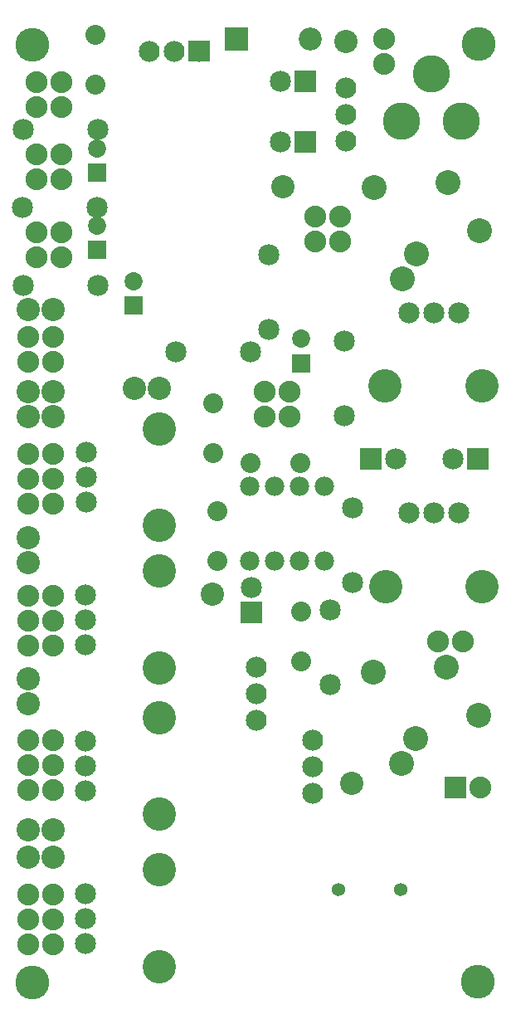
<source format=gbs>
G04 MADE WITH FRITZING*
G04 WWW.FRITZING.ORG*
G04 DOUBLE SIDED*
G04 HOLES PLATED*
G04 CONTOUR ON CENTER OF CONTOUR VECTOR*
%ASAXBY*%
%FSLAX23Y23*%
%MOIN*%
%OFA0B0*%
%SFA1.0B1.0*%
%ADD10C,0.053622*%
%ADD11C,0.078000*%
%ADD12C,0.088000*%
%ADD13C,0.080000*%
%ADD14C,0.085000*%
%ADD15C,0.084000*%
%ADD16C,0.092000*%
%ADD17C,0.150000*%
%ADD18C,0.135984*%
%ADD19C,0.093307*%
%ADD20C,0.072992*%
%ADD21C,0.084667*%
%ADD22C,0.084695*%
%ADD23C,0.134033*%
%ADD24C,0.100020*%
%ADD25R,0.088000X0.088000*%
%ADD26R,0.085000X0.085000*%
%ADD27R,0.092000X0.092000*%
%ADD28R,0.072992X0.072992*%
%ADD29R,0.001000X0.001000*%
%LNMASK0*%
G90*
G70*
G54D10*
X1320Y455D03*
X1570Y455D03*
G54D11*
X1261Y2075D03*
X1161Y2075D03*
X1061Y2075D03*
X961Y2075D03*
X961Y1775D03*
X1061Y1775D03*
X1161Y1775D03*
X1261Y1775D03*
G54D12*
X1789Y863D03*
X1889Y863D03*
G54D13*
X814Y2409D03*
X814Y2209D03*
X1168Y1572D03*
X1168Y1372D03*
X966Y2166D03*
X1166Y2166D03*
X832Y1774D03*
X832Y1974D03*
X341Y3689D03*
X341Y3889D03*
G54D14*
X968Y1569D03*
X968Y1669D03*
X1880Y2184D03*
X1780Y2184D03*
X1450Y2183D03*
X1550Y2183D03*
X1184Y3459D03*
X1084Y3459D03*
G54D15*
X758Y3821D03*
X658Y3821D03*
X558Y3821D03*
G54D14*
X1184Y3702D03*
X1084Y3702D03*
G54D16*
X908Y3872D03*
X1206Y3872D03*
G54D17*
X1573Y3542D03*
X1813Y3542D03*
X1693Y3732D03*
G54D18*
X88Y80D03*
X90Y3847D03*
X1879Y83D03*
X1881Y3850D03*
G54D12*
X1503Y3771D03*
X1503Y3771D03*
X1503Y3871D03*
X206Y3408D03*
X106Y3408D03*
X206Y3408D03*
X106Y3408D03*
X106Y3308D03*
X206Y3308D03*
G54D19*
X1095Y3276D03*
X1350Y3861D03*
X813Y1641D03*
X1371Y881D03*
X599Y2469D03*
X499Y2469D03*
X171Y2784D03*
X71Y2784D03*
G54D12*
X1123Y2454D03*
X1023Y2454D03*
X1123Y2454D03*
X1023Y2454D03*
X1023Y2354D03*
X1123Y2354D03*
X171Y2673D03*
X71Y2673D03*
X171Y2673D03*
X71Y2673D03*
X71Y2573D03*
X171Y2573D03*
G54D19*
X71Y1200D03*
X71Y1300D03*
X71Y693D03*
X171Y693D03*
X71Y585D03*
X171Y585D03*
X71Y1766D03*
X71Y1866D03*
G54D12*
X1817Y1450D03*
X1817Y1450D03*
X1717Y1450D03*
X1324Y3158D03*
X1224Y3158D03*
X1324Y3158D03*
X1224Y3158D03*
X1224Y3058D03*
X1324Y3058D03*
X206Y3095D03*
X106Y3095D03*
X206Y3095D03*
X106Y3095D03*
X106Y2995D03*
X206Y2995D03*
X206Y3697D03*
X106Y3697D03*
X206Y3697D03*
X106Y3697D03*
X106Y3597D03*
X206Y3597D03*
G54D15*
X988Y1135D03*
X988Y1242D03*
X988Y1349D03*
X1216Y840D03*
X1216Y947D03*
X1216Y1054D03*
X1350Y3461D03*
X1350Y3568D03*
X1350Y3675D03*
G54D14*
X1341Y2356D03*
X1341Y2656D03*
X1040Y2705D03*
X1040Y3005D03*
G54D20*
X1169Y2568D03*
X1169Y2667D03*
X496Y2800D03*
X496Y2898D03*
X348Y3024D03*
X348Y3122D03*
X348Y3334D03*
X348Y3432D03*
G54D12*
X171Y233D03*
X171Y333D03*
X171Y433D03*
X171Y233D03*
X171Y333D03*
X171Y433D03*
X71Y433D03*
X71Y333D03*
X71Y233D03*
G54D19*
X171Y2453D03*
X71Y2453D03*
X171Y2453D03*
X71Y2453D03*
X71Y2353D03*
X171Y2353D03*
G54D12*
X171Y855D03*
X171Y955D03*
X171Y1055D03*
X171Y855D03*
X171Y955D03*
X171Y1055D03*
X71Y1055D03*
X71Y955D03*
X71Y855D03*
X171Y1434D03*
X171Y1534D03*
X171Y1634D03*
X171Y1434D03*
X171Y1534D03*
X171Y1634D03*
X71Y1634D03*
X71Y1534D03*
X71Y1434D03*
X171Y2004D03*
X171Y2104D03*
X171Y2204D03*
X171Y2004D03*
X171Y2104D03*
X171Y2204D03*
X71Y2204D03*
X71Y2104D03*
X71Y2004D03*
G54D21*
X303Y439D03*
X303Y339D03*
G54D22*
X303Y239D03*
G54D23*
X598Y533D03*
X598Y144D03*
G54D21*
X303Y1050D03*
X303Y950D03*
G54D22*
X303Y850D03*
G54D23*
X598Y1144D03*
X598Y756D03*
G54D21*
X1801Y2772D03*
X1701Y2772D03*
G54D22*
X1601Y2772D03*
G54D23*
X1895Y2477D03*
X1506Y2477D03*
G54D21*
X1802Y1966D03*
X1702Y1966D03*
G54D22*
X1602Y1966D03*
G54D23*
X1896Y1671D03*
X1508Y1671D03*
G54D21*
X303Y1639D03*
X303Y1539D03*
G54D22*
X303Y1439D03*
G54D23*
X598Y1733D03*
X598Y1344D03*
G54D21*
X304Y2210D03*
X304Y2110D03*
G54D22*
X304Y2010D03*
G54D23*
X600Y2305D03*
X600Y1916D03*
G54D24*
X1572Y962D03*
X1627Y1061D03*
X1458Y1327D03*
X1753Y1347D03*
X1881Y1155D03*
X1576Y2908D03*
X1631Y3007D03*
X1462Y3273D03*
X1757Y3293D03*
X1885Y3101D03*
G54D14*
X964Y2613D03*
X664Y2613D03*
X352Y2880D03*
X52Y2880D03*
X350Y3193D03*
X50Y3193D03*
X352Y3506D03*
X52Y3506D03*
X1284Y1577D03*
X1284Y1277D03*
X1376Y1688D03*
X1376Y1988D03*
G54D25*
X1789Y863D03*
G54D26*
X968Y1569D03*
X1880Y2184D03*
X1450Y2183D03*
X1184Y3459D03*
X1184Y3702D03*
G54D27*
X907Y3872D03*
G54D28*
X1169Y2568D03*
X496Y2800D03*
X348Y3024D03*
X348Y3334D03*
G54D29*
X717Y3863D02*
X800Y3863D01*
X717Y3862D02*
X800Y3862D01*
X717Y3861D02*
X800Y3861D01*
X717Y3860D02*
X800Y3860D01*
X717Y3859D02*
X800Y3859D01*
X717Y3858D02*
X800Y3858D01*
X717Y3857D02*
X800Y3857D01*
X717Y3856D02*
X800Y3856D01*
X717Y3855D02*
X800Y3855D01*
X717Y3854D02*
X800Y3854D01*
X717Y3853D02*
X800Y3853D01*
X717Y3852D02*
X800Y3852D01*
X717Y3851D02*
X800Y3851D01*
X717Y3850D02*
X800Y3850D01*
X717Y3849D02*
X800Y3849D01*
X717Y3848D02*
X800Y3848D01*
X717Y3847D02*
X800Y3847D01*
X717Y3846D02*
X800Y3846D01*
X717Y3845D02*
X800Y3845D01*
X717Y3844D02*
X800Y3844D01*
X717Y3843D02*
X800Y3843D01*
X717Y3842D02*
X800Y3842D01*
X717Y3841D02*
X800Y3841D01*
X717Y3840D02*
X800Y3840D01*
X717Y3839D02*
X800Y3839D01*
X717Y3838D02*
X800Y3838D01*
X717Y3837D02*
X800Y3837D01*
X717Y3836D02*
X754Y3836D01*
X762Y3836D02*
X800Y3836D01*
X717Y3835D02*
X751Y3835D01*
X765Y3835D02*
X800Y3835D01*
X717Y3834D02*
X749Y3834D01*
X767Y3834D02*
X800Y3834D01*
X717Y3833D02*
X748Y3833D01*
X768Y3833D02*
X800Y3833D01*
X717Y3832D02*
X747Y3832D01*
X769Y3832D02*
X800Y3832D01*
X717Y3831D02*
X746Y3831D01*
X770Y3831D02*
X800Y3831D01*
X717Y3830D02*
X745Y3830D01*
X771Y3830D02*
X800Y3830D01*
X717Y3829D02*
X745Y3829D01*
X771Y3829D02*
X800Y3829D01*
X717Y3828D02*
X744Y3828D01*
X772Y3828D02*
X800Y3828D01*
X717Y3827D02*
X744Y3827D01*
X772Y3827D02*
X800Y3827D01*
X717Y3826D02*
X743Y3826D01*
X773Y3826D02*
X800Y3826D01*
X717Y3825D02*
X743Y3825D01*
X773Y3825D02*
X800Y3825D01*
X717Y3824D02*
X743Y3824D01*
X773Y3824D02*
X800Y3824D01*
X717Y3823D02*
X743Y3823D01*
X773Y3823D02*
X800Y3823D01*
X717Y3822D02*
X743Y3822D01*
X773Y3822D02*
X800Y3822D01*
X717Y3821D02*
X743Y3821D01*
X773Y3821D02*
X800Y3821D01*
X717Y3820D02*
X743Y3820D01*
X773Y3820D02*
X800Y3820D01*
X717Y3819D02*
X743Y3819D01*
X773Y3819D02*
X800Y3819D01*
X717Y3818D02*
X743Y3818D01*
X773Y3818D02*
X800Y3818D01*
X717Y3817D02*
X744Y3817D01*
X772Y3817D02*
X800Y3817D01*
X717Y3816D02*
X744Y3816D01*
X772Y3816D02*
X800Y3816D01*
X717Y3815D02*
X745Y3815D01*
X772Y3815D02*
X800Y3815D01*
X717Y3814D02*
X745Y3814D01*
X771Y3814D02*
X800Y3814D01*
X717Y3813D02*
X746Y3813D01*
X770Y3813D02*
X800Y3813D01*
X717Y3812D02*
X747Y3812D01*
X769Y3812D02*
X800Y3812D01*
X717Y3811D02*
X748Y3811D01*
X768Y3811D02*
X800Y3811D01*
X717Y3810D02*
X749Y3810D01*
X767Y3810D02*
X800Y3810D01*
X717Y3809D02*
X750Y3809D01*
X766Y3809D02*
X800Y3809D01*
X717Y3808D02*
X753Y3808D01*
X764Y3808D02*
X800Y3808D01*
X717Y3807D02*
X800Y3807D01*
X717Y3806D02*
X800Y3806D01*
X717Y3805D02*
X800Y3805D01*
X717Y3804D02*
X800Y3804D01*
X717Y3803D02*
X800Y3803D01*
X717Y3802D02*
X800Y3802D01*
X717Y3801D02*
X800Y3801D01*
X717Y3800D02*
X800Y3800D01*
X717Y3799D02*
X800Y3799D01*
X717Y3798D02*
X800Y3798D01*
X717Y3797D02*
X800Y3797D01*
X717Y3796D02*
X800Y3796D01*
X717Y3795D02*
X800Y3795D01*
X717Y3794D02*
X800Y3794D01*
X717Y3793D02*
X800Y3793D01*
X717Y3792D02*
X800Y3792D01*
X717Y3791D02*
X800Y3791D01*
X717Y3790D02*
X800Y3790D01*
X717Y3789D02*
X800Y3789D01*
X717Y3788D02*
X800Y3788D01*
X717Y3787D02*
X800Y3787D01*
X717Y3786D02*
X800Y3786D01*
X717Y3785D02*
X800Y3785D01*
X717Y3784D02*
X800Y3784D01*
X717Y3783D02*
X800Y3783D01*
X717Y3782D02*
X800Y3782D01*
X717Y3781D02*
X800Y3781D01*
X717Y3780D02*
X799Y3780D01*
D02*
G04 End of Mask0*
M02*
</source>
